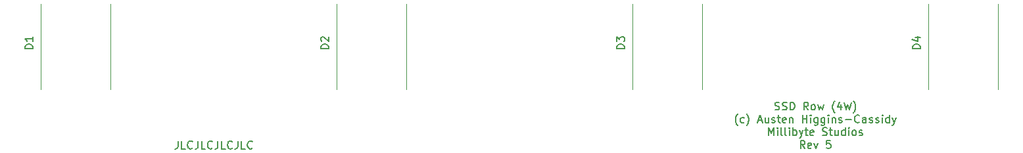
<source format=gbr>
%TF.GenerationSoftware,KiCad,Pcbnew,(5.1.8)-1*%
%TF.CreationDate,2021-01-26T11:35:44-05:00*%
%TF.ProjectId,SSD4_Row,53534434-5f52-46f7-972e-6b696361645f,rev?*%
%TF.SameCoordinates,Original*%
%TF.FileFunction,Legend,Top*%
%TF.FilePolarity,Positive*%
%FSLAX46Y46*%
G04 Gerber Fmt 4.6, Leading zero omitted, Abs format (unit mm)*
G04 Created by KiCad (PCBNEW (5.1.8)-1) date 2021-01-26 11:35:44*
%MOMM*%
%LPD*%
G01*
G04 APERTURE LIST*
%ADD10C,0.150000*%
%ADD11C,0.120000*%
G04 APERTURE END LIST*
D10*
X43640952Y-46442380D02*
X43640952Y-47156666D01*
X43593333Y-47299523D01*
X43498095Y-47394761D01*
X43355238Y-47442380D01*
X43260000Y-47442380D01*
X44593333Y-47442380D02*
X44117142Y-47442380D01*
X44117142Y-46442380D01*
X45498095Y-47347142D02*
X45450476Y-47394761D01*
X45307619Y-47442380D01*
X45212380Y-47442380D01*
X45069523Y-47394761D01*
X44974285Y-47299523D01*
X44926666Y-47204285D01*
X44879047Y-47013809D01*
X44879047Y-46870952D01*
X44926666Y-46680476D01*
X44974285Y-46585238D01*
X45069523Y-46490000D01*
X45212380Y-46442380D01*
X45307619Y-46442380D01*
X45450476Y-46490000D01*
X45498095Y-46537619D01*
X46212380Y-46442380D02*
X46212380Y-47156666D01*
X46164761Y-47299523D01*
X46069523Y-47394761D01*
X45926666Y-47442380D01*
X45831428Y-47442380D01*
X47164761Y-47442380D02*
X46688571Y-47442380D01*
X46688571Y-46442380D01*
X48069523Y-47347142D02*
X48021904Y-47394761D01*
X47879047Y-47442380D01*
X47783809Y-47442380D01*
X47640952Y-47394761D01*
X47545714Y-47299523D01*
X47498095Y-47204285D01*
X47450476Y-47013809D01*
X47450476Y-46870952D01*
X47498095Y-46680476D01*
X47545714Y-46585238D01*
X47640952Y-46490000D01*
X47783809Y-46442380D01*
X47879047Y-46442380D01*
X48021904Y-46490000D01*
X48069523Y-46537619D01*
X48783809Y-46442380D02*
X48783809Y-47156666D01*
X48736190Y-47299523D01*
X48640952Y-47394761D01*
X48498095Y-47442380D01*
X48402857Y-47442380D01*
X49736190Y-47442380D02*
X49260000Y-47442380D01*
X49260000Y-46442380D01*
X50640952Y-47347142D02*
X50593333Y-47394761D01*
X50450476Y-47442380D01*
X50355238Y-47442380D01*
X50212380Y-47394761D01*
X50117142Y-47299523D01*
X50069523Y-47204285D01*
X50021904Y-47013809D01*
X50021904Y-46870952D01*
X50069523Y-46680476D01*
X50117142Y-46585238D01*
X50212380Y-46490000D01*
X50355238Y-46442380D01*
X50450476Y-46442380D01*
X50593333Y-46490000D01*
X50640952Y-46537619D01*
X51355238Y-46442380D02*
X51355238Y-47156666D01*
X51307619Y-47299523D01*
X51212380Y-47394761D01*
X51069523Y-47442380D01*
X50974285Y-47442380D01*
X52307619Y-47442380D02*
X51831428Y-47442380D01*
X51831428Y-46442380D01*
X53212380Y-47347142D02*
X53164761Y-47394761D01*
X53021904Y-47442380D01*
X52926666Y-47442380D01*
X52783809Y-47394761D01*
X52688571Y-47299523D01*
X52640952Y-47204285D01*
X52593333Y-47013809D01*
X52593333Y-46870952D01*
X52640952Y-46680476D01*
X52688571Y-46585238D01*
X52783809Y-46490000D01*
X52926666Y-46442380D01*
X53021904Y-46442380D01*
X53164761Y-46490000D01*
X53212380Y-46537619D01*
X120515714Y-42379761D02*
X120658571Y-42427380D01*
X120896666Y-42427380D01*
X120991904Y-42379761D01*
X121039523Y-42332142D01*
X121087142Y-42236904D01*
X121087142Y-42141666D01*
X121039523Y-42046428D01*
X120991904Y-41998809D01*
X120896666Y-41951190D01*
X120706190Y-41903571D01*
X120610952Y-41855952D01*
X120563333Y-41808333D01*
X120515714Y-41713095D01*
X120515714Y-41617857D01*
X120563333Y-41522619D01*
X120610952Y-41475000D01*
X120706190Y-41427380D01*
X120944285Y-41427380D01*
X121087142Y-41475000D01*
X121468095Y-42379761D02*
X121610952Y-42427380D01*
X121849047Y-42427380D01*
X121944285Y-42379761D01*
X121991904Y-42332142D01*
X122039523Y-42236904D01*
X122039523Y-42141666D01*
X121991904Y-42046428D01*
X121944285Y-41998809D01*
X121849047Y-41951190D01*
X121658571Y-41903571D01*
X121563333Y-41855952D01*
X121515714Y-41808333D01*
X121468095Y-41713095D01*
X121468095Y-41617857D01*
X121515714Y-41522619D01*
X121563333Y-41475000D01*
X121658571Y-41427380D01*
X121896666Y-41427380D01*
X122039523Y-41475000D01*
X122468095Y-42427380D02*
X122468095Y-41427380D01*
X122706190Y-41427380D01*
X122849047Y-41475000D01*
X122944285Y-41570238D01*
X122991904Y-41665476D01*
X123039523Y-41855952D01*
X123039523Y-41998809D01*
X122991904Y-42189285D01*
X122944285Y-42284523D01*
X122849047Y-42379761D01*
X122706190Y-42427380D01*
X122468095Y-42427380D01*
X124801428Y-42427380D02*
X124468095Y-41951190D01*
X124230000Y-42427380D02*
X124230000Y-41427380D01*
X124610952Y-41427380D01*
X124706190Y-41475000D01*
X124753809Y-41522619D01*
X124801428Y-41617857D01*
X124801428Y-41760714D01*
X124753809Y-41855952D01*
X124706190Y-41903571D01*
X124610952Y-41951190D01*
X124230000Y-41951190D01*
X125372857Y-42427380D02*
X125277619Y-42379761D01*
X125230000Y-42332142D01*
X125182380Y-42236904D01*
X125182380Y-41951190D01*
X125230000Y-41855952D01*
X125277619Y-41808333D01*
X125372857Y-41760714D01*
X125515714Y-41760714D01*
X125610952Y-41808333D01*
X125658571Y-41855952D01*
X125706190Y-41951190D01*
X125706190Y-42236904D01*
X125658571Y-42332142D01*
X125610952Y-42379761D01*
X125515714Y-42427380D01*
X125372857Y-42427380D01*
X126039523Y-41760714D02*
X126230000Y-42427380D01*
X126420476Y-41951190D01*
X126610952Y-42427380D01*
X126801428Y-41760714D01*
X128230000Y-42808333D02*
X128182380Y-42760714D01*
X128087142Y-42617857D01*
X128039523Y-42522619D01*
X127991904Y-42379761D01*
X127944285Y-42141666D01*
X127944285Y-41951190D01*
X127991904Y-41713095D01*
X128039523Y-41570238D01*
X128087142Y-41475000D01*
X128182380Y-41332142D01*
X128230000Y-41284523D01*
X129039523Y-41760714D02*
X129039523Y-42427380D01*
X128801428Y-41379761D02*
X128563333Y-42094047D01*
X129182380Y-42094047D01*
X129468095Y-41427380D02*
X129706190Y-42427380D01*
X129896666Y-41713095D01*
X130087142Y-42427380D01*
X130325238Y-41427380D01*
X130610952Y-42808333D02*
X130658571Y-42760714D01*
X130753809Y-42617857D01*
X130801428Y-42522619D01*
X130849047Y-42379761D01*
X130896666Y-42141666D01*
X130896666Y-41951190D01*
X130849047Y-41713095D01*
X130801428Y-41570238D01*
X130753809Y-41475000D01*
X130658571Y-41332142D01*
X130610952Y-41284523D01*
X115730000Y-44458333D02*
X115682380Y-44410714D01*
X115587142Y-44267857D01*
X115539523Y-44172619D01*
X115491904Y-44029761D01*
X115444285Y-43791666D01*
X115444285Y-43601190D01*
X115491904Y-43363095D01*
X115539523Y-43220238D01*
X115587142Y-43125000D01*
X115682380Y-42982142D01*
X115730000Y-42934523D01*
X116539523Y-44029761D02*
X116444285Y-44077380D01*
X116253809Y-44077380D01*
X116158571Y-44029761D01*
X116110952Y-43982142D01*
X116063333Y-43886904D01*
X116063333Y-43601190D01*
X116110952Y-43505952D01*
X116158571Y-43458333D01*
X116253809Y-43410714D01*
X116444285Y-43410714D01*
X116539523Y-43458333D01*
X116872857Y-44458333D02*
X116920476Y-44410714D01*
X117015714Y-44267857D01*
X117063333Y-44172619D01*
X117110952Y-44029761D01*
X117158571Y-43791666D01*
X117158571Y-43601190D01*
X117110952Y-43363095D01*
X117063333Y-43220238D01*
X117015714Y-43125000D01*
X116920476Y-42982142D01*
X116872857Y-42934523D01*
X118349047Y-43791666D02*
X118825238Y-43791666D01*
X118253809Y-44077380D02*
X118587142Y-43077380D01*
X118920476Y-44077380D01*
X119682380Y-43410714D02*
X119682380Y-44077380D01*
X119253809Y-43410714D02*
X119253809Y-43934523D01*
X119301428Y-44029761D01*
X119396666Y-44077380D01*
X119539523Y-44077380D01*
X119634761Y-44029761D01*
X119682380Y-43982142D01*
X120110952Y-44029761D02*
X120206190Y-44077380D01*
X120396666Y-44077380D01*
X120491904Y-44029761D01*
X120539523Y-43934523D01*
X120539523Y-43886904D01*
X120491904Y-43791666D01*
X120396666Y-43744047D01*
X120253809Y-43744047D01*
X120158571Y-43696428D01*
X120110952Y-43601190D01*
X120110952Y-43553571D01*
X120158571Y-43458333D01*
X120253809Y-43410714D01*
X120396666Y-43410714D01*
X120491904Y-43458333D01*
X120825238Y-43410714D02*
X121206190Y-43410714D01*
X120968095Y-43077380D02*
X120968095Y-43934523D01*
X121015714Y-44029761D01*
X121110952Y-44077380D01*
X121206190Y-44077380D01*
X121920476Y-44029761D02*
X121825238Y-44077380D01*
X121634761Y-44077380D01*
X121539523Y-44029761D01*
X121491904Y-43934523D01*
X121491904Y-43553571D01*
X121539523Y-43458333D01*
X121634761Y-43410714D01*
X121825238Y-43410714D01*
X121920476Y-43458333D01*
X121968095Y-43553571D01*
X121968095Y-43648809D01*
X121491904Y-43744047D01*
X122396666Y-43410714D02*
X122396666Y-44077380D01*
X122396666Y-43505952D02*
X122444285Y-43458333D01*
X122539523Y-43410714D01*
X122682380Y-43410714D01*
X122777619Y-43458333D01*
X122825238Y-43553571D01*
X122825238Y-44077380D01*
X124063333Y-44077380D02*
X124063333Y-43077380D01*
X124063333Y-43553571D02*
X124634761Y-43553571D01*
X124634761Y-44077380D02*
X124634761Y-43077380D01*
X125110952Y-44077380D02*
X125110952Y-43410714D01*
X125110952Y-43077380D02*
X125063333Y-43125000D01*
X125110952Y-43172619D01*
X125158571Y-43125000D01*
X125110952Y-43077380D01*
X125110952Y-43172619D01*
X126015714Y-43410714D02*
X126015714Y-44220238D01*
X125968095Y-44315476D01*
X125920476Y-44363095D01*
X125825238Y-44410714D01*
X125682380Y-44410714D01*
X125587142Y-44363095D01*
X126015714Y-44029761D02*
X125920476Y-44077380D01*
X125730000Y-44077380D01*
X125634761Y-44029761D01*
X125587142Y-43982142D01*
X125539523Y-43886904D01*
X125539523Y-43601190D01*
X125587142Y-43505952D01*
X125634761Y-43458333D01*
X125730000Y-43410714D01*
X125920476Y-43410714D01*
X126015714Y-43458333D01*
X126920476Y-43410714D02*
X126920476Y-44220238D01*
X126872857Y-44315476D01*
X126825238Y-44363095D01*
X126730000Y-44410714D01*
X126587142Y-44410714D01*
X126491904Y-44363095D01*
X126920476Y-44029761D02*
X126825238Y-44077380D01*
X126634761Y-44077380D01*
X126539523Y-44029761D01*
X126491904Y-43982142D01*
X126444285Y-43886904D01*
X126444285Y-43601190D01*
X126491904Y-43505952D01*
X126539523Y-43458333D01*
X126634761Y-43410714D01*
X126825238Y-43410714D01*
X126920476Y-43458333D01*
X127396666Y-44077380D02*
X127396666Y-43410714D01*
X127396666Y-43077380D02*
X127349047Y-43125000D01*
X127396666Y-43172619D01*
X127444285Y-43125000D01*
X127396666Y-43077380D01*
X127396666Y-43172619D01*
X127872857Y-43410714D02*
X127872857Y-44077380D01*
X127872857Y-43505952D02*
X127920476Y-43458333D01*
X128015714Y-43410714D01*
X128158571Y-43410714D01*
X128253809Y-43458333D01*
X128301428Y-43553571D01*
X128301428Y-44077380D01*
X128730000Y-44029761D02*
X128825238Y-44077380D01*
X129015714Y-44077380D01*
X129110952Y-44029761D01*
X129158571Y-43934523D01*
X129158571Y-43886904D01*
X129110952Y-43791666D01*
X129015714Y-43744047D01*
X128872857Y-43744047D01*
X128777619Y-43696428D01*
X128730000Y-43601190D01*
X128730000Y-43553571D01*
X128777619Y-43458333D01*
X128872857Y-43410714D01*
X129015714Y-43410714D01*
X129110952Y-43458333D01*
X129587142Y-43696428D02*
X130349047Y-43696428D01*
X131396666Y-43982142D02*
X131349047Y-44029761D01*
X131206190Y-44077380D01*
X131110952Y-44077380D01*
X130968095Y-44029761D01*
X130872857Y-43934523D01*
X130825238Y-43839285D01*
X130777619Y-43648809D01*
X130777619Y-43505952D01*
X130825238Y-43315476D01*
X130872857Y-43220238D01*
X130968095Y-43125000D01*
X131110952Y-43077380D01*
X131206190Y-43077380D01*
X131349047Y-43125000D01*
X131396666Y-43172619D01*
X132253809Y-44077380D02*
X132253809Y-43553571D01*
X132206190Y-43458333D01*
X132110952Y-43410714D01*
X131920476Y-43410714D01*
X131825238Y-43458333D01*
X132253809Y-44029761D02*
X132158571Y-44077380D01*
X131920476Y-44077380D01*
X131825238Y-44029761D01*
X131777619Y-43934523D01*
X131777619Y-43839285D01*
X131825238Y-43744047D01*
X131920476Y-43696428D01*
X132158571Y-43696428D01*
X132253809Y-43648809D01*
X132682380Y-44029761D02*
X132777619Y-44077380D01*
X132968095Y-44077380D01*
X133063333Y-44029761D01*
X133110952Y-43934523D01*
X133110952Y-43886904D01*
X133063333Y-43791666D01*
X132968095Y-43744047D01*
X132825238Y-43744047D01*
X132730000Y-43696428D01*
X132682380Y-43601190D01*
X132682380Y-43553571D01*
X132730000Y-43458333D01*
X132825238Y-43410714D01*
X132968095Y-43410714D01*
X133063333Y-43458333D01*
X133491904Y-44029761D02*
X133587142Y-44077380D01*
X133777619Y-44077380D01*
X133872857Y-44029761D01*
X133920476Y-43934523D01*
X133920476Y-43886904D01*
X133872857Y-43791666D01*
X133777619Y-43744047D01*
X133634761Y-43744047D01*
X133539523Y-43696428D01*
X133491904Y-43601190D01*
X133491904Y-43553571D01*
X133539523Y-43458333D01*
X133634761Y-43410714D01*
X133777619Y-43410714D01*
X133872857Y-43458333D01*
X134349047Y-44077380D02*
X134349047Y-43410714D01*
X134349047Y-43077380D02*
X134301428Y-43125000D01*
X134349047Y-43172619D01*
X134396666Y-43125000D01*
X134349047Y-43077380D01*
X134349047Y-43172619D01*
X135253809Y-44077380D02*
X135253809Y-43077380D01*
X135253809Y-44029761D02*
X135158571Y-44077380D01*
X134968095Y-44077380D01*
X134872857Y-44029761D01*
X134825238Y-43982142D01*
X134777619Y-43886904D01*
X134777619Y-43601190D01*
X134825238Y-43505952D01*
X134872857Y-43458333D01*
X134968095Y-43410714D01*
X135158571Y-43410714D01*
X135253809Y-43458333D01*
X135634761Y-43410714D02*
X135872857Y-44077380D01*
X136110952Y-43410714D02*
X135872857Y-44077380D01*
X135777619Y-44315476D01*
X135730000Y-44363095D01*
X135634761Y-44410714D01*
X119706190Y-45727380D02*
X119706190Y-44727380D01*
X120039523Y-45441666D01*
X120372857Y-44727380D01*
X120372857Y-45727380D01*
X120849047Y-45727380D02*
X120849047Y-45060714D01*
X120849047Y-44727380D02*
X120801428Y-44775000D01*
X120849047Y-44822619D01*
X120896666Y-44775000D01*
X120849047Y-44727380D01*
X120849047Y-44822619D01*
X121468095Y-45727380D02*
X121372857Y-45679761D01*
X121325238Y-45584523D01*
X121325238Y-44727380D01*
X121991904Y-45727380D02*
X121896666Y-45679761D01*
X121849047Y-45584523D01*
X121849047Y-44727380D01*
X122372857Y-45727380D02*
X122372857Y-45060714D01*
X122372857Y-44727380D02*
X122325238Y-44775000D01*
X122372857Y-44822619D01*
X122420476Y-44775000D01*
X122372857Y-44727380D01*
X122372857Y-44822619D01*
X122849047Y-45727380D02*
X122849047Y-44727380D01*
X122849047Y-45108333D02*
X122944285Y-45060714D01*
X123134761Y-45060714D01*
X123230000Y-45108333D01*
X123277619Y-45155952D01*
X123325238Y-45251190D01*
X123325238Y-45536904D01*
X123277619Y-45632142D01*
X123230000Y-45679761D01*
X123134761Y-45727380D01*
X122944285Y-45727380D01*
X122849047Y-45679761D01*
X123658571Y-45060714D02*
X123896666Y-45727380D01*
X124134761Y-45060714D02*
X123896666Y-45727380D01*
X123801428Y-45965476D01*
X123753809Y-46013095D01*
X123658571Y-46060714D01*
X124372857Y-45060714D02*
X124753809Y-45060714D01*
X124515714Y-44727380D02*
X124515714Y-45584523D01*
X124563333Y-45679761D01*
X124658571Y-45727380D01*
X124753809Y-45727380D01*
X125468095Y-45679761D02*
X125372857Y-45727380D01*
X125182380Y-45727380D01*
X125087142Y-45679761D01*
X125039523Y-45584523D01*
X125039523Y-45203571D01*
X125087142Y-45108333D01*
X125182380Y-45060714D01*
X125372857Y-45060714D01*
X125468095Y-45108333D01*
X125515714Y-45203571D01*
X125515714Y-45298809D01*
X125039523Y-45394047D01*
X126658571Y-45679761D02*
X126801428Y-45727380D01*
X127039523Y-45727380D01*
X127134761Y-45679761D01*
X127182380Y-45632142D01*
X127230000Y-45536904D01*
X127230000Y-45441666D01*
X127182380Y-45346428D01*
X127134761Y-45298809D01*
X127039523Y-45251190D01*
X126849047Y-45203571D01*
X126753809Y-45155952D01*
X126706190Y-45108333D01*
X126658571Y-45013095D01*
X126658571Y-44917857D01*
X126706190Y-44822619D01*
X126753809Y-44775000D01*
X126849047Y-44727380D01*
X127087142Y-44727380D01*
X127230000Y-44775000D01*
X127515714Y-45060714D02*
X127896666Y-45060714D01*
X127658571Y-44727380D02*
X127658571Y-45584523D01*
X127706190Y-45679761D01*
X127801428Y-45727380D01*
X127896666Y-45727380D01*
X128658571Y-45060714D02*
X128658571Y-45727380D01*
X128230000Y-45060714D02*
X128230000Y-45584523D01*
X128277619Y-45679761D01*
X128372857Y-45727380D01*
X128515714Y-45727380D01*
X128610952Y-45679761D01*
X128658571Y-45632142D01*
X129563333Y-45727380D02*
X129563333Y-44727380D01*
X129563333Y-45679761D02*
X129468095Y-45727380D01*
X129277619Y-45727380D01*
X129182380Y-45679761D01*
X129134761Y-45632142D01*
X129087142Y-45536904D01*
X129087142Y-45251190D01*
X129134761Y-45155952D01*
X129182380Y-45108333D01*
X129277619Y-45060714D01*
X129468095Y-45060714D01*
X129563333Y-45108333D01*
X130039523Y-45727380D02*
X130039523Y-45060714D01*
X130039523Y-44727380D02*
X129991904Y-44775000D01*
X130039523Y-44822619D01*
X130087142Y-44775000D01*
X130039523Y-44727380D01*
X130039523Y-44822619D01*
X130658571Y-45727380D02*
X130563333Y-45679761D01*
X130515714Y-45632142D01*
X130468095Y-45536904D01*
X130468095Y-45251190D01*
X130515714Y-45155952D01*
X130563333Y-45108333D01*
X130658571Y-45060714D01*
X130801428Y-45060714D01*
X130896666Y-45108333D01*
X130944285Y-45155952D01*
X130991904Y-45251190D01*
X130991904Y-45536904D01*
X130944285Y-45632142D01*
X130896666Y-45679761D01*
X130801428Y-45727380D01*
X130658571Y-45727380D01*
X131372857Y-45679761D02*
X131468095Y-45727380D01*
X131658571Y-45727380D01*
X131753809Y-45679761D01*
X131801428Y-45584523D01*
X131801428Y-45536904D01*
X131753809Y-45441666D01*
X131658571Y-45394047D01*
X131515714Y-45394047D01*
X131420476Y-45346428D01*
X131372857Y-45251190D01*
X131372857Y-45203571D01*
X131420476Y-45108333D01*
X131515714Y-45060714D01*
X131658571Y-45060714D01*
X131753809Y-45108333D01*
X124372857Y-47377380D02*
X124039523Y-46901190D01*
X123801428Y-47377380D02*
X123801428Y-46377380D01*
X124182380Y-46377380D01*
X124277619Y-46425000D01*
X124325238Y-46472619D01*
X124372857Y-46567857D01*
X124372857Y-46710714D01*
X124325238Y-46805952D01*
X124277619Y-46853571D01*
X124182380Y-46901190D01*
X123801428Y-46901190D01*
X125182380Y-47329761D02*
X125087142Y-47377380D01*
X124896666Y-47377380D01*
X124801428Y-47329761D01*
X124753809Y-47234523D01*
X124753809Y-46853571D01*
X124801428Y-46758333D01*
X124896666Y-46710714D01*
X125087142Y-46710714D01*
X125182380Y-46758333D01*
X125230000Y-46853571D01*
X125230000Y-46948809D01*
X124753809Y-47044047D01*
X125563333Y-46710714D02*
X125801428Y-47377380D01*
X126039523Y-46710714D01*
X127658571Y-46377380D02*
X127182380Y-46377380D01*
X127134761Y-46853571D01*
X127182380Y-46805952D01*
X127277619Y-46758333D01*
X127515714Y-46758333D01*
X127610952Y-46805952D01*
X127658571Y-46853571D01*
X127706190Y-46948809D01*
X127706190Y-47186904D01*
X127658571Y-47282142D01*
X127610952Y-47329761D01*
X127515714Y-47377380D01*
X127277619Y-47377380D01*
X127182380Y-47329761D01*
X127134761Y-47282142D01*
D11*
%TO.C,D1*%
X25980000Y-39790000D02*
X25980000Y-28790000D01*
X34980000Y-39790000D02*
X34980000Y-28790000D01*
%TO.C,D2*%
X73080000Y-39790000D02*
X73080000Y-28790000D01*
X64080000Y-39790000D02*
X64080000Y-28790000D01*
%TO.C,D3*%
X111180000Y-39790000D02*
X111180000Y-28790000D01*
X102180000Y-39790000D02*
X102180000Y-28790000D01*
%TO.C,D4*%
X140280000Y-39790000D02*
X140280000Y-28790000D01*
X149280000Y-39790000D02*
X149280000Y-28790000D01*
%TO.C,D1*%
D10*
X24932380Y-34528095D02*
X23932380Y-34528095D01*
X23932380Y-34290000D01*
X23980000Y-34147142D01*
X24075238Y-34051904D01*
X24170476Y-34004285D01*
X24360952Y-33956666D01*
X24503809Y-33956666D01*
X24694285Y-34004285D01*
X24789523Y-34051904D01*
X24884761Y-34147142D01*
X24932380Y-34290000D01*
X24932380Y-34528095D01*
X24932380Y-33004285D02*
X24932380Y-33575714D01*
X24932380Y-33290000D02*
X23932380Y-33290000D01*
X24075238Y-33385238D01*
X24170476Y-33480476D01*
X24218095Y-33575714D01*
%TO.C,D2*%
X63032380Y-34528095D02*
X62032380Y-34528095D01*
X62032380Y-34290000D01*
X62080000Y-34147142D01*
X62175238Y-34051904D01*
X62270476Y-34004285D01*
X62460952Y-33956666D01*
X62603809Y-33956666D01*
X62794285Y-34004285D01*
X62889523Y-34051904D01*
X62984761Y-34147142D01*
X63032380Y-34290000D01*
X63032380Y-34528095D01*
X62127619Y-33575714D02*
X62080000Y-33528095D01*
X62032380Y-33432857D01*
X62032380Y-33194761D01*
X62080000Y-33099523D01*
X62127619Y-33051904D01*
X62222857Y-33004285D01*
X62318095Y-33004285D01*
X62460952Y-33051904D01*
X63032380Y-33623333D01*
X63032380Y-33004285D01*
%TO.C,D3*%
X101132380Y-34528095D02*
X100132380Y-34528095D01*
X100132380Y-34290000D01*
X100180000Y-34147142D01*
X100275238Y-34051904D01*
X100370476Y-34004285D01*
X100560952Y-33956666D01*
X100703809Y-33956666D01*
X100894285Y-34004285D01*
X100989523Y-34051904D01*
X101084761Y-34147142D01*
X101132380Y-34290000D01*
X101132380Y-34528095D01*
X100132380Y-33623333D02*
X100132380Y-33004285D01*
X100513333Y-33337619D01*
X100513333Y-33194761D01*
X100560952Y-33099523D01*
X100608571Y-33051904D01*
X100703809Y-33004285D01*
X100941904Y-33004285D01*
X101037142Y-33051904D01*
X101084761Y-33099523D01*
X101132380Y-33194761D01*
X101132380Y-33480476D01*
X101084761Y-33575714D01*
X101037142Y-33623333D01*
%TO.C,D4*%
X139232380Y-34528095D02*
X138232380Y-34528095D01*
X138232380Y-34290000D01*
X138280000Y-34147142D01*
X138375238Y-34051904D01*
X138470476Y-34004285D01*
X138660952Y-33956666D01*
X138803809Y-33956666D01*
X138994285Y-34004285D01*
X139089523Y-34051904D01*
X139184761Y-34147142D01*
X139232380Y-34290000D01*
X139232380Y-34528095D01*
X138565714Y-33099523D02*
X139232380Y-33099523D01*
X138184761Y-33337619D02*
X138899047Y-33575714D01*
X138899047Y-32956666D01*
%TD*%
M02*

</source>
